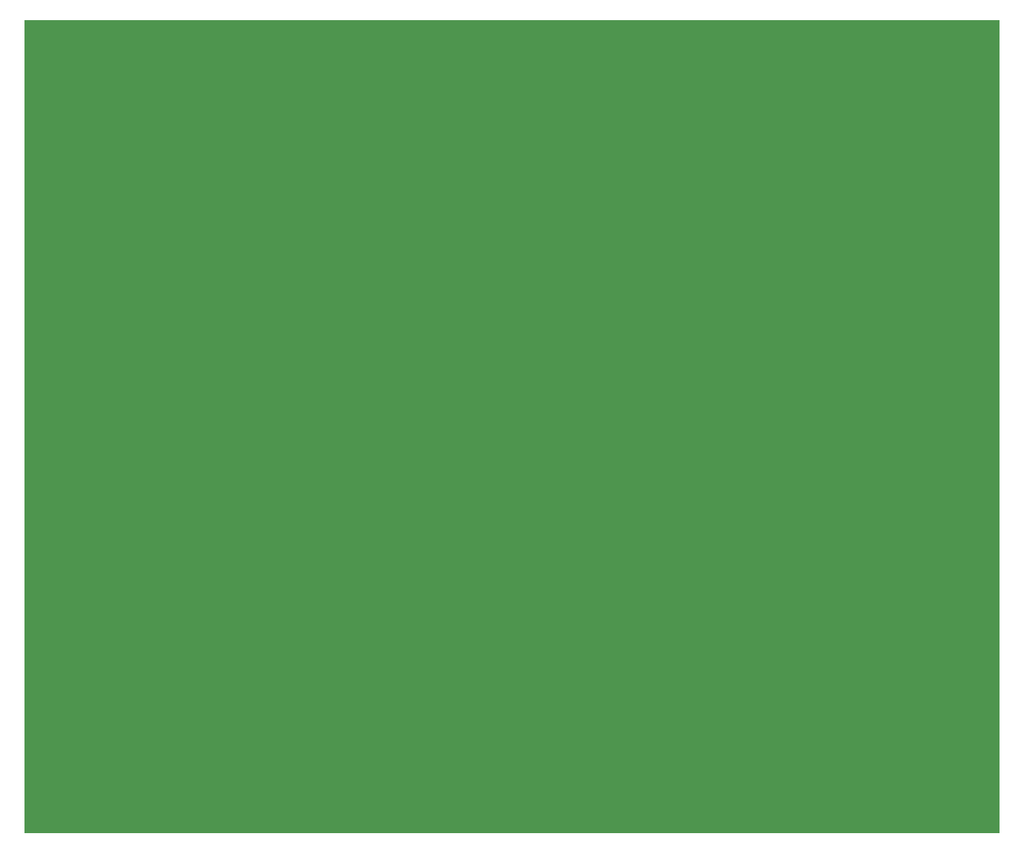
<source format=gbl>
G04*
G04 #@! TF.GenerationSoftware,Altium Limited,Altium Designer,23.0.1 (38)*
G04*
G04 Layer_Physical_Order=2*
G04 Layer_Color=16711680*
%FSLAX43Y43*%
%MOMM*%
G71*
G04*
G04 #@! TF.SameCoordinates,06591997-4E22-4AB0-80C0-D558F8CFEC8B*
G04*
G04*
G04 #@! TF.FilePolarity,Positive*
G04*
G01*
G75*
%ADD14R,0.800X1.000*%
%ADD16R,1.145X0.550*%
%ADD18R,0.250X0.850*%
%ADD23R,0.750X0.900*%
%ADD24R,0.700X0.650*%
%ADD25R,1.100X0.950*%
%ADD26R,1.012X1.208*%
%ADD27R,1.050X0.950*%
%ADD28R,0.700X0.650*%
%ADD29R,0.759X0.812*%
%ADD30R,0.520X0.520*%
%ADD31R,0.700X0.700*%
%ADD32C,1.016*%
%ADD33R,0.812X0.759*%
%ADD40C,1.840*%
%ADD41C,1.980*%
%ADD46R,1.300X1.300*%
%ADD47C,1.300*%
%ADD48C,1.500*%
%ADD49R,1.500X1.500*%
%ADD50R,1.840X1.840*%
%ADD51R,3.600X3.600*%
%ADD52R,114.681X95.758*%
D14*
X50862Y108574D02*
D03*
X52262Y110374D02*
D03*
D16*
X37891Y113468D02*
D03*
Y111868D02*
D03*
Y111068D02*
D03*
X40086Y114268D02*
D03*
D18*
X63726Y112305D02*
D03*
X61226Y107405D02*
D03*
X60726D02*
D03*
X60226D02*
D03*
D23*
X33436Y110236D02*
D03*
D24*
X33513Y114300D02*
D03*
D25*
X61849Y100785D02*
D03*
D26*
X73406Y109013D02*
D03*
D27*
X75946Y109167D02*
D03*
X79502Y113829D02*
D03*
X75819Y113866D02*
D03*
D28*
X70612Y114006D02*
D03*
D29*
X54881Y110363D02*
D03*
D30*
X86106Y114262D02*
D03*
X83439Y114300D02*
D03*
D31*
X73279Y113981D02*
D03*
D32*
X47498Y98679D02*
D03*
D33*
X63762Y100474D02*
D03*
D40*
X89789Y88773D02*
D03*
X34929Y74353D02*
D03*
X89789D02*
D03*
D41*
X34929Y95503D02*
D03*
D46*
X48435Y119364D02*
D03*
D47*
X52435D02*
D03*
X48435Y121364D02*
D03*
X50435Y119364D02*
D03*
Y121364D02*
D03*
X52435D02*
D03*
D48*
X79502Y105156D02*
D03*
X84582Y102616D02*
D03*
X79502D02*
D03*
X82042D02*
D03*
Y105156D02*
D03*
X89662Y102616D02*
D03*
X87122Y105156D02*
D03*
Y102616D02*
D03*
X84582Y105156D02*
D03*
D49*
X89662D02*
D03*
D50*
X34929Y88773D02*
D03*
D51*
X61976Y109855D02*
D03*
D52*
X87948Y75438D02*
D03*
M02*

</source>
